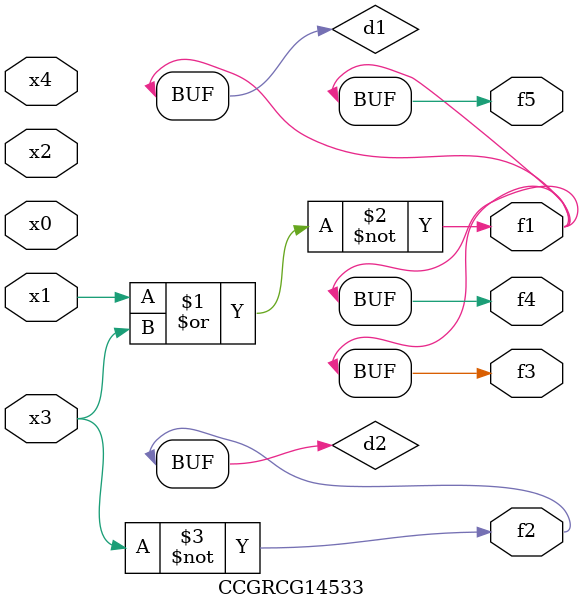
<source format=v>
module CCGRCG14533(
	input x0, x1, x2, x3, x4,
	output f1, f2, f3, f4, f5
);

	wire d1, d2;

	nor (d1, x1, x3);
	not (d2, x3);
	assign f1 = d1;
	assign f2 = d2;
	assign f3 = d1;
	assign f4 = d1;
	assign f5 = d1;
endmodule

</source>
